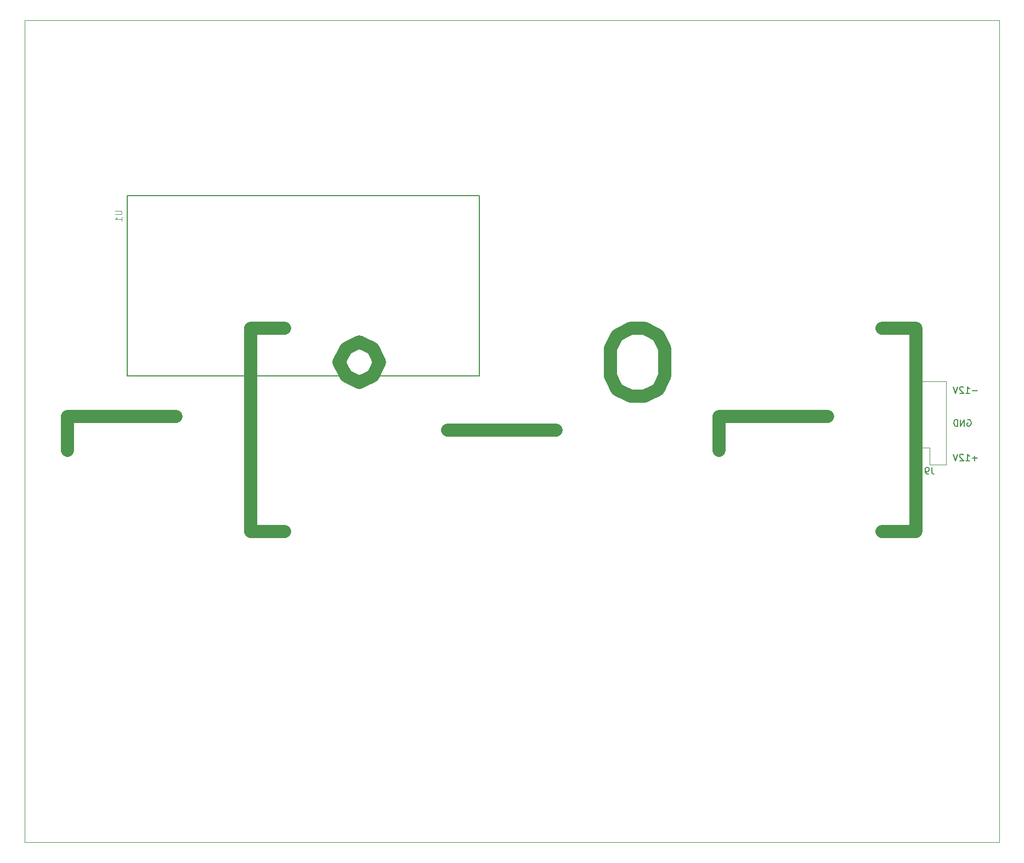
<source format=gbr>
G04 #@! TF.GenerationSoftware,KiCad,Pcbnew,(5.1.7)-1*
G04 #@! TF.CreationDate,2020-10-22T22:29:39+02:00*
G04 #@! TF.ProjectId,eurorack_engine,6575726f-7261-4636-9b5f-656e67696e65,rev?*
G04 #@! TF.SameCoordinates,Original*
G04 #@! TF.FileFunction,Legend,Bot*
G04 #@! TF.FilePolarity,Positive*
%FSLAX46Y46*%
G04 Gerber Fmt 4.6, Leading zero omitted, Abs format (unit mm)*
G04 Created by KiCad (PCBNEW (5.1.7)-1) date 2020-10-22 22:29:39*
%MOMM*%
%LPD*%
G01*
G04 APERTURE LIST*
%ADD10C,0.150000*%
%ADD11C,2.000000*%
G04 #@! TA.AperFunction,Profile*
%ADD12C,0.050000*%
G04 #@! TD*
%ADD13C,0.120000*%
%ADD14C,0.127000*%
%ADD15C,0.015000*%
G04 APERTURE END LIST*
D10*
X145541904Y-61730000D02*
X145637142Y-61682380D01*
X145780000Y-61682380D01*
X145922857Y-61730000D01*
X146018095Y-61825238D01*
X146065714Y-61920476D01*
X146113333Y-62110952D01*
X146113333Y-62253809D01*
X146065714Y-62444285D01*
X146018095Y-62539523D01*
X145922857Y-62634761D01*
X145780000Y-62682380D01*
X145684761Y-62682380D01*
X145541904Y-62634761D01*
X145494285Y-62587142D01*
X145494285Y-62253809D01*
X145684761Y-62253809D01*
X145065714Y-62682380D02*
X145065714Y-61682380D01*
X144494285Y-62682380D01*
X144494285Y-61682380D01*
X144018095Y-62682380D02*
X144018095Y-61682380D01*
X143780000Y-61682380D01*
X143637142Y-61730000D01*
X143541904Y-61825238D01*
X143494285Y-61920476D01*
X143446666Y-62110952D01*
X143446666Y-62253809D01*
X143494285Y-62444285D01*
X143541904Y-62539523D01*
X143637142Y-62634761D01*
X143780000Y-62682380D01*
X144018095Y-62682380D01*
X147049904Y-67635428D02*
X146288000Y-67635428D01*
X146668952Y-68016380D02*
X146668952Y-67254476D01*
X145288000Y-68016380D02*
X145859428Y-68016380D01*
X145573714Y-68016380D02*
X145573714Y-67016380D01*
X145668952Y-67159238D01*
X145764190Y-67254476D01*
X145859428Y-67302095D01*
X144907047Y-67111619D02*
X144859428Y-67064000D01*
X144764190Y-67016380D01*
X144526095Y-67016380D01*
X144430857Y-67064000D01*
X144383238Y-67111619D01*
X144335619Y-67206857D01*
X144335619Y-67302095D01*
X144383238Y-67444952D01*
X144954666Y-68016380D01*
X144335619Y-68016380D01*
X144049904Y-67016380D02*
X143716571Y-68016380D01*
X143383238Y-67016380D01*
X147049904Y-57221428D02*
X146288000Y-57221428D01*
X145288000Y-57602380D02*
X145859428Y-57602380D01*
X145573714Y-57602380D02*
X145573714Y-56602380D01*
X145668952Y-56745238D01*
X145764190Y-56840476D01*
X145859428Y-56888095D01*
X144907047Y-56697619D02*
X144859428Y-56650000D01*
X144764190Y-56602380D01*
X144526095Y-56602380D01*
X144430857Y-56650000D01*
X144383238Y-56697619D01*
X144335619Y-56792857D01*
X144335619Y-56888095D01*
X144383238Y-57030952D01*
X144954666Y-57602380D01*
X144335619Y-57602380D01*
X144049904Y-56602380D02*
X143716571Y-57602380D01*
X143383238Y-56602380D01*
D11*
X132358285Y-79007714D02*
X137596380Y-79007714D01*
X137596380Y-47579142D01*
X132358285Y-47579142D01*
X123977333Y-61198190D02*
X107215428Y-61198190D01*
X107215428Y-66436285D01*
X95691619Y-58055333D02*
X97786857Y-57007714D01*
X98834476Y-54912476D01*
X98834476Y-50722000D01*
X97786857Y-48626761D01*
X95691619Y-47579142D01*
X93596380Y-47579142D01*
X91501142Y-48626761D01*
X90453523Y-50722000D01*
X90453523Y-54912476D01*
X91501142Y-57007714D01*
X93596380Y-58055333D01*
X95691619Y-58055333D01*
X82072571Y-63293428D02*
X65310666Y-63293428D01*
X51691619Y-49674380D02*
X53786857Y-50722000D01*
X54834476Y-52817238D01*
X53786857Y-54912476D01*
X51691619Y-55960095D01*
X49596380Y-54912476D01*
X48548761Y-52817238D01*
X49596380Y-50722000D01*
X51691619Y-49674380D01*
X40167809Y-79007714D02*
X34929714Y-79007714D01*
X34929714Y-47579142D01*
X40167809Y-47579142D01*
X23405904Y-61198190D02*
X6643999Y-61198190D01*
X6643999Y-66436285D01*
D12*
X0Y-127000000D02*
X0Y0D01*
X150500000Y-127000000D02*
X0Y-127000000D01*
X150500000Y0D02*
X150500000Y-127000000D01*
X0Y0D02*
X150500000Y0D01*
D13*
X137100000Y-68640000D02*
X138430000Y-68640000D01*
X137100000Y-67310000D02*
X137100000Y-68640000D01*
X139700000Y-68640000D02*
X142300000Y-68640000D01*
X139700000Y-66040000D02*
X139700000Y-68640000D01*
X137100000Y-66040000D02*
X139700000Y-66040000D01*
X142300000Y-68640000D02*
X142300000Y-55820000D01*
X137100000Y-66040000D02*
X137100000Y-55820000D01*
X137100000Y-55820000D02*
X142300000Y-55820000D01*
D14*
X70250000Y-27050000D02*
X15850000Y-27050000D01*
X15850000Y-27050000D02*
X15850000Y-54950000D01*
X15850000Y-54950000D02*
X70250000Y-54950000D01*
X70250000Y-54950000D02*
X70250000Y-27050000D01*
D10*
X140033333Y-69092380D02*
X140033333Y-69806666D01*
X140080952Y-69949523D01*
X140176190Y-70044761D01*
X140319047Y-70092380D01*
X140414285Y-70092380D01*
X139509523Y-70092380D02*
X139319047Y-70092380D01*
X139223809Y-70044761D01*
X139176190Y-69997142D01*
X139080952Y-69854285D01*
X139033333Y-69663809D01*
X139033333Y-69282857D01*
X139080952Y-69187619D01*
X139128571Y-69140000D01*
X139223809Y-69092380D01*
X139414285Y-69092380D01*
X139509523Y-69140000D01*
X139557142Y-69187619D01*
X139604761Y-69282857D01*
X139604761Y-69520952D01*
X139557142Y-69616190D01*
X139509523Y-69663809D01*
X139414285Y-69711428D01*
X139223809Y-69711428D01*
X139128571Y-69663809D01*
X139080952Y-69616190D01*
X139033333Y-69520952D01*
D15*
X14006124Y-29408626D02*
X14815960Y-29408626D01*
X14911235Y-29456263D01*
X14958873Y-29503901D01*
X15006510Y-29599175D01*
X15006510Y-29789725D01*
X14958873Y-29885000D01*
X14911235Y-29932637D01*
X14815960Y-29980275D01*
X14006124Y-29980275D01*
X15006510Y-30980661D02*
X15006510Y-30409012D01*
X15006510Y-30694836D02*
X14006124Y-30694836D01*
X14149036Y-30599561D01*
X14244311Y-30504287D01*
X14291949Y-30409012D01*
M02*

</source>
